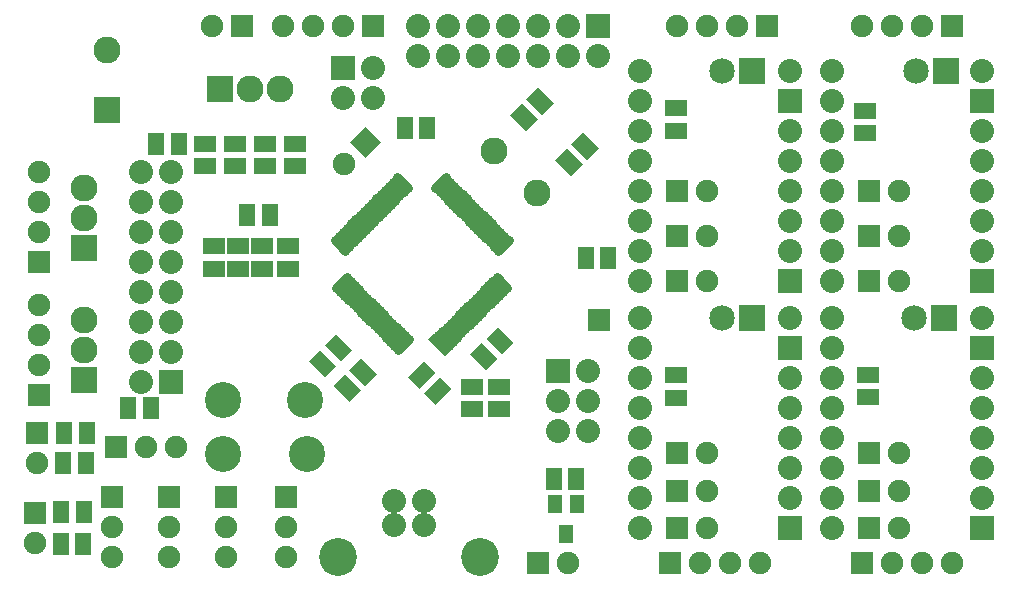
<source format=gts>
G04 (created by PCBNEW-RS274X (2012-01-19 BZR 3256)-stable) date 5/05/2012 5:35:00 PM*
G01*
G70*
G90*
%MOIN*%
G04 Gerber Fmt 3.4, Leading zero omitted, Abs format*
%FSLAX34Y34*%
G04 APERTURE LIST*
%ADD10C,0.006000*%
%ADD11C,0.080000*%
%ADD12C,0.126300*%
%ADD13R,0.047600X0.059400*%
%ADD14C,0.090000*%
%ADD15R,0.090000X0.090000*%
%ADD16C,0.029800*%
%ADD17R,0.080000X0.080000*%
%ADD18R,0.075000X0.055000*%
%ADD19R,0.055000X0.075000*%
%ADD20R,0.075000X0.075000*%
%ADD21C,0.075000*%
%ADD22C,0.120000*%
%ADD23R,0.085000X0.085000*%
%ADD24C,0.085000*%
G04 APERTURE END LIST*
G54D10*
G54D11*
X47315Y-22855D03*
X46315Y-22855D03*
X46315Y-23642D03*
X47315Y-23642D03*
G54D12*
X49177Y-24705D03*
X44453Y-24705D03*
G54D13*
X52050Y-23950D03*
X51675Y-22950D03*
X52425Y-22950D03*
G54D14*
X35970Y-12400D03*
X35970Y-13400D03*
G54D15*
X35970Y-14400D03*
G54D14*
X35970Y-16820D03*
X35970Y-17820D03*
G54D15*
X35970Y-18820D03*
G54D10*
G36*
X48002Y-18021D02*
X47437Y-17456D01*
X47648Y-17245D01*
X48213Y-17810D01*
X48002Y-18021D01*
X48002Y-18021D01*
G37*
G54D16*
X47788Y-17317D02*
X48142Y-17671D01*
X47927Y-17177D02*
X48281Y-17531D01*
X48066Y-17038D02*
X48420Y-17392D01*
X48206Y-16899D02*
X48560Y-17253D01*
X48344Y-16760D02*
X48698Y-17114D01*
X48484Y-16621D02*
X48838Y-16975D01*
X48623Y-16481D02*
X48977Y-16835D01*
X48762Y-16342D02*
X49116Y-16696D01*
X48901Y-16203D02*
X49255Y-16557D01*
X49041Y-16064D02*
X49395Y-16418D01*
X49179Y-15925D02*
X49533Y-16279D01*
X49319Y-15786D02*
X49673Y-16140D01*
X49458Y-15646D02*
X49812Y-16000D01*
X49597Y-15507D02*
X49951Y-15861D01*
X49737Y-15368D02*
X50091Y-15722D01*
X49781Y-14496D02*
X50135Y-14142D01*
X49642Y-14357D02*
X49996Y-14003D01*
X49502Y-14218D02*
X49856Y-13864D01*
X49363Y-14078D02*
X49717Y-13724D01*
X49224Y-13939D02*
X49578Y-13585D01*
X49085Y-13801D02*
X49439Y-13447D01*
X48946Y-13661D02*
X49300Y-13307D01*
X48807Y-13522D02*
X49161Y-13168D01*
X48667Y-13383D02*
X49021Y-13029D01*
X48528Y-13243D02*
X48882Y-12889D01*
X48389Y-13104D02*
X48743Y-12750D01*
X48250Y-12965D02*
X48604Y-12611D01*
X48111Y-12826D02*
X48465Y-12472D01*
X47972Y-12687D02*
X48326Y-12333D01*
X47832Y-12548D02*
X48186Y-12194D01*
X47693Y-12408D02*
X48047Y-12054D01*
X46423Y-12054D02*
X46777Y-12408D01*
X46284Y-12194D02*
X46638Y-12548D01*
X46144Y-12333D02*
X46498Y-12687D01*
X46005Y-12472D02*
X46359Y-12826D01*
X45866Y-12611D02*
X46220Y-12965D01*
X45727Y-12750D02*
X46081Y-13104D01*
X45588Y-12889D02*
X45942Y-13243D01*
X45449Y-13029D02*
X45803Y-13383D01*
X45309Y-13168D02*
X45663Y-13522D01*
X45170Y-13307D02*
X45524Y-13661D01*
X45031Y-13447D02*
X45385Y-13801D01*
X44892Y-13585D02*
X45246Y-13939D01*
X44753Y-13724D02*
X45107Y-14078D01*
X44614Y-13864D02*
X44968Y-14218D01*
X44474Y-14003D02*
X44828Y-14357D01*
X44335Y-14142D02*
X44689Y-14496D01*
X44379Y-15722D02*
X44733Y-15368D01*
X44519Y-15861D02*
X44873Y-15507D01*
X44797Y-16140D02*
X45151Y-15786D01*
X44653Y-16005D02*
X45007Y-15651D01*
X44937Y-16279D02*
X45291Y-15925D01*
X45075Y-16418D02*
X45429Y-16064D01*
X45215Y-16557D02*
X45569Y-16203D01*
X45354Y-16696D02*
X45708Y-16342D01*
X45493Y-16835D02*
X45847Y-16481D01*
X45632Y-16975D02*
X45986Y-16621D01*
X45770Y-17112D02*
X46124Y-16758D01*
X45909Y-17251D02*
X46263Y-16897D01*
X46048Y-17390D02*
X46402Y-17036D01*
X46188Y-17530D02*
X46542Y-17176D01*
X46326Y-17668D02*
X46680Y-17314D01*
X46465Y-17808D02*
X46819Y-17454D01*
G54D14*
X42500Y-09100D03*
X41500Y-09100D03*
G54D15*
X40500Y-09100D03*
G54D17*
X59500Y-15500D03*
G54D11*
X59500Y-14500D03*
X59500Y-13500D03*
X59500Y-12500D03*
X59500Y-11500D03*
X59500Y-10500D03*
G54D17*
X59500Y-09500D03*
G54D11*
X59500Y-08500D03*
X54500Y-08500D03*
X54500Y-09500D03*
X54500Y-10500D03*
X54500Y-11500D03*
X54500Y-12500D03*
X54500Y-13500D03*
X54500Y-14500D03*
X54500Y-15500D03*
G54D17*
X65900Y-15500D03*
G54D11*
X65900Y-14500D03*
X65900Y-13500D03*
X65900Y-12500D03*
X65900Y-11500D03*
X65900Y-10500D03*
G54D17*
X65900Y-09500D03*
G54D11*
X65900Y-08500D03*
X60900Y-08500D03*
X60900Y-09500D03*
X60900Y-10500D03*
X60900Y-11500D03*
X60900Y-12500D03*
X60900Y-13500D03*
X60900Y-14500D03*
X60900Y-15500D03*
G54D17*
X59500Y-23750D03*
G54D11*
X59500Y-22750D03*
X59500Y-21750D03*
X59500Y-20750D03*
X59500Y-19750D03*
X59500Y-18750D03*
G54D17*
X59500Y-17750D03*
G54D11*
X59500Y-16750D03*
X54500Y-16750D03*
X54500Y-17750D03*
X54500Y-18750D03*
X54500Y-19750D03*
X54500Y-20750D03*
X54500Y-21750D03*
X54500Y-22750D03*
X54500Y-23750D03*
G54D17*
X65900Y-23750D03*
G54D11*
X65900Y-22750D03*
X65900Y-21750D03*
X65900Y-20750D03*
X65900Y-19750D03*
X65900Y-18750D03*
G54D17*
X65900Y-17750D03*
G54D11*
X65900Y-16750D03*
X60900Y-16750D03*
X60900Y-17750D03*
X60900Y-18750D03*
X60900Y-19750D03*
X60900Y-20750D03*
X60900Y-21750D03*
X60900Y-22750D03*
X60900Y-23750D03*
G54D18*
X55705Y-10495D03*
X55705Y-09745D03*
X42000Y-10925D03*
X42000Y-11675D03*
X62000Y-10575D03*
X62000Y-09825D03*
X62100Y-19375D03*
X62100Y-18625D03*
G54D19*
X36080Y-20570D03*
X35330Y-20570D03*
X35950Y-24265D03*
X35200Y-24265D03*
X38390Y-10935D03*
X39140Y-10935D03*
X37465Y-19755D03*
X38215Y-19755D03*
G54D18*
X48900Y-19775D03*
X48900Y-19025D03*
X49800Y-19785D03*
X49800Y-19035D03*
G54D19*
X46680Y-10410D03*
X47430Y-10410D03*
X41425Y-13300D03*
X42175Y-13300D03*
X52385Y-22090D03*
X51635Y-22090D03*
G54D18*
X41100Y-15100D03*
X41100Y-14350D03*
X41925Y-15100D03*
X41925Y-14350D03*
X43000Y-11675D03*
X43000Y-10925D03*
X55705Y-19405D03*
X55705Y-18655D03*
X40000Y-10925D03*
X40000Y-11675D03*
X41000Y-10925D03*
X41000Y-11675D03*
G54D10*
G36*
X51104Y-09055D02*
X51635Y-09586D01*
X51246Y-09975D01*
X50715Y-09444D01*
X51104Y-09055D01*
X51104Y-09055D01*
G37*
G36*
X50574Y-09585D02*
X51105Y-10116D01*
X50716Y-10505D01*
X50185Y-09974D01*
X50574Y-09585D01*
X50574Y-09585D01*
G37*
G36*
X52604Y-10555D02*
X53135Y-11086D01*
X52746Y-11475D01*
X52215Y-10944D01*
X52604Y-10555D01*
X52604Y-10555D01*
G37*
G36*
X52074Y-11085D02*
X52605Y-11616D01*
X52216Y-12005D01*
X51685Y-11474D01*
X52074Y-11085D01*
X52074Y-11085D01*
G37*
G36*
X49381Y-18485D02*
X48850Y-17954D01*
X49239Y-17565D01*
X49770Y-18096D01*
X49381Y-18485D01*
X49381Y-18485D01*
G37*
G36*
X49911Y-17955D02*
X49380Y-17424D01*
X49769Y-17035D01*
X50300Y-17566D01*
X49911Y-17955D01*
X49911Y-17955D01*
G37*
G54D19*
X52710Y-14745D03*
X53460Y-14745D03*
G54D10*
G36*
X46775Y-18706D02*
X47306Y-18175D01*
X47695Y-18564D01*
X47164Y-19095D01*
X46775Y-18706D01*
X46775Y-18706D01*
G37*
G36*
X47305Y-19236D02*
X47836Y-18705D01*
X48225Y-19094D01*
X47694Y-19625D01*
X47305Y-19236D01*
X47305Y-19236D01*
G37*
G36*
X44394Y-17265D02*
X44925Y-17796D01*
X44536Y-18185D01*
X44005Y-17654D01*
X44394Y-17265D01*
X44394Y-17265D01*
G37*
G36*
X43864Y-17795D02*
X44395Y-18326D01*
X44006Y-18715D01*
X43475Y-18184D01*
X43864Y-17795D01*
X43864Y-17795D01*
G37*
G54D19*
X35220Y-23190D03*
X35970Y-23190D03*
X35285Y-21580D03*
X36035Y-21580D03*
G54D18*
X42795Y-14355D03*
X42795Y-15105D03*
X40325Y-14350D03*
X40325Y-15100D03*
G54D20*
X64900Y-07000D03*
G54D21*
X63900Y-07000D03*
X62900Y-07000D03*
X61900Y-07000D03*
G54D20*
X55500Y-24900D03*
G54D21*
X56500Y-24900D03*
X57500Y-24900D03*
X58500Y-24900D03*
G54D20*
X58750Y-07000D03*
G54D21*
X57750Y-07000D03*
X56750Y-07000D03*
X55750Y-07000D03*
G54D20*
X61900Y-24900D03*
G54D21*
X62900Y-24900D03*
X63900Y-24900D03*
X64900Y-24900D03*
G54D20*
X34495Y-14875D03*
G54D21*
X34495Y-13875D03*
X34495Y-12875D03*
X34495Y-11875D03*
G54D20*
X34495Y-19320D03*
G54D21*
X34495Y-18320D03*
X34495Y-17320D03*
X34495Y-16320D03*
G54D20*
X45600Y-07000D03*
G54D21*
X44600Y-07000D03*
X43600Y-07000D03*
X42600Y-07000D03*
G54D20*
X36900Y-22700D03*
G54D21*
X36900Y-23700D03*
X36900Y-24700D03*
G54D20*
X42700Y-22700D03*
G54D21*
X42700Y-23700D03*
X42700Y-24700D03*
G54D20*
X40700Y-22700D03*
G54D21*
X40700Y-23700D03*
X40700Y-24700D03*
G54D20*
X38800Y-22700D03*
G54D21*
X38800Y-23700D03*
X38800Y-24700D03*
G54D20*
X37040Y-21055D03*
G54D21*
X38040Y-21055D03*
X39040Y-21055D03*
G54D20*
X62150Y-12500D03*
G54D21*
X63150Y-12500D03*
G54D20*
X34410Y-20575D03*
G54D21*
X34410Y-21575D03*
G54D20*
X41250Y-07000D03*
G54D21*
X40250Y-07000D03*
G54D10*
G36*
X45364Y-10356D02*
X45894Y-10886D01*
X45364Y-11416D01*
X44834Y-10886D01*
X45364Y-10356D01*
X45364Y-10356D01*
G37*
G54D21*
X44656Y-11594D03*
G54D20*
X51100Y-24900D03*
G54D21*
X52100Y-24900D03*
G54D20*
X34365Y-23240D03*
G54D21*
X34365Y-24240D03*
G54D20*
X55750Y-23750D03*
G54D21*
X56750Y-23750D03*
G54D20*
X62150Y-21250D03*
G54D21*
X63150Y-21250D03*
G54D20*
X55750Y-12500D03*
G54D21*
X56750Y-12500D03*
G54D20*
X55750Y-21250D03*
G54D21*
X56750Y-21250D03*
G54D20*
X62150Y-22500D03*
G54D21*
X63150Y-22500D03*
G54D20*
X62150Y-14000D03*
G54D21*
X63150Y-14000D03*
G54D20*
X55750Y-14000D03*
G54D21*
X56750Y-14000D03*
G54D20*
X55750Y-22500D03*
G54D21*
X56750Y-22500D03*
G54D20*
X62150Y-23750D03*
G54D21*
X63150Y-23750D03*
G54D20*
X62150Y-15500D03*
G54D21*
X63150Y-15500D03*
G54D20*
X55750Y-15500D03*
G54D21*
X56750Y-15500D03*
G54D20*
X53150Y-16810D03*
G54D22*
X40600Y-19480D03*
X43350Y-19480D03*
X40600Y-21280D03*
X43400Y-21280D03*
G54D17*
X38870Y-18880D03*
G54D11*
X37870Y-18880D03*
X38870Y-17880D03*
X37870Y-17880D03*
X38870Y-16880D03*
X37870Y-16880D03*
X38870Y-15880D03*
X37870Y-15880D03*
X38870Y-14880D03*
X37870Y-14880D03*
X38870Y-13880D03*
X37870Y-13880D03*
X38870Y-12880D03*
X37870Y-12880D03*
X38870Y-11880D03*
X37870Y-11880D03*
G54D17*
X53100Y-07000D03*
G54D11*
X53100Y-08000D03*
X52100Y-07000D03*
X52100Y-08000D03*
X51100Y-07000D03*
X51100Y-08000D03*
X50100Y-07000D03*
X50100Y-08000D03*
X49100Y-07000D03*
X49100Y-08000D03*
X48100Y-07000D03*
X48100Y-08000D03*
X47100Y-07000D03*
X47100Y-08000D03*
G54D17*
X51795Y-18515D03*
G54D11*
X52795Y-18515D03*
X51795Y-19515D03*
X52795Y-19515D03*
X51795Y-20515D03*
X52795Y-20515D03*
G54D17*
X44600Y-08400D03*
G54D11*
X45600Y-08400D03*
X44600Y-09400D03*
X45600Y-09400D03*
G54D14*
X51067Y-12587D03*
X49653Y-11173D03*
G54D15*
X36760Y-09820D03*
G54D14*
X36760Y-07820D03*
G54D23*
X64650Y-16750D03*
G54D24*
X63650Y-16750D03*
G54D23*
X58250Y-16750D03*
G54D24*
X57250Y-16750D03*
G54D23*
X64700Y-08500D03*
G54D24*
X63700Y-08500D03*
G54D23*
X58250Y-08500D03*
G54D24*
X57250Y-08500D03*
G54D10*
G36*
X44831Y-19540D02*
X44300Y-19009D01*
X44689Y-18620D01*
X45220Y-19151D01*
X44831Y-19540D01*
X44831Y-19540D01*
G37*
G36*
X45361Y-19010D02*
X44830Y-18479D01*
X45219Y-18090D01*
X45750Y-18621D01*
X45361Y-19010D01*
X45361Y-19010D01*
G37*
M02*

</source>
